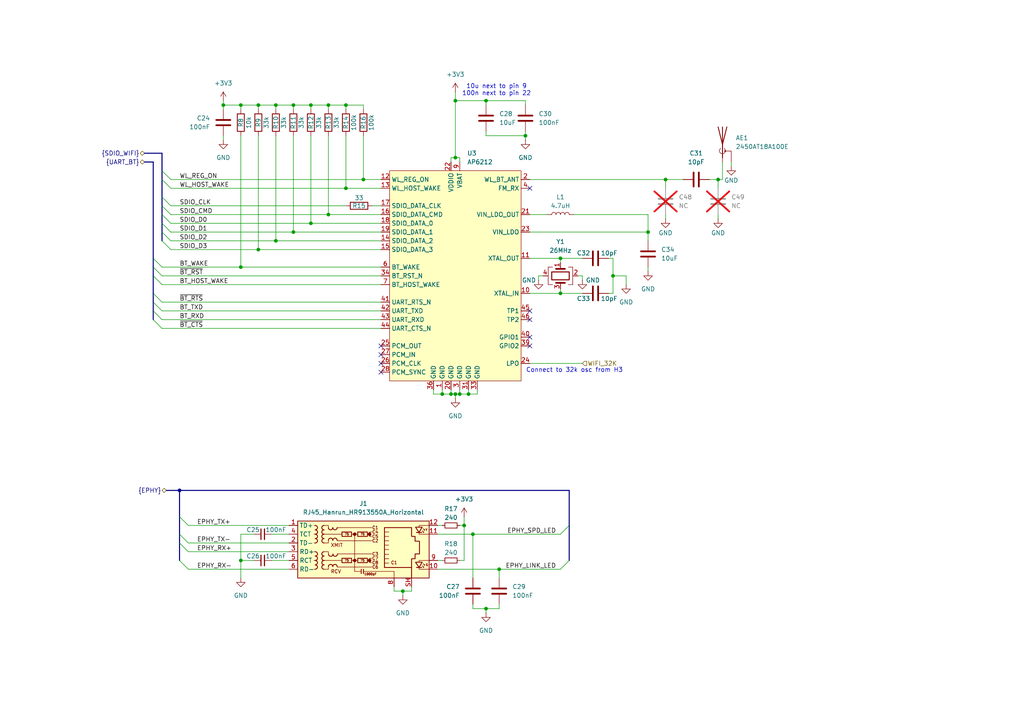
<source format=kicad_sch>
(kicad_sch (version 20250114) (generator "eeschema") (generator_version "9.0")
  (paper "A4")
  (title_block (title "Icepi CM0") (date "2025-11-03") (rev "v1.0") (company "Icy Electronics") (comment 1 "Chengyin Yao (cheyao)") (comment 2 "https://github.com/cheyao/icepi-cm0"))
  (lib_symbols
    (symbol "Device:Antenna_Shield" (pin_numbers (hide yes)) (pin_names (offset 1.016) (hide yes))
      (property "Reference" "AE" (at -1.905 4.445 0))
      (property "Value" "Antenna_Shield" (at -1.905 2.54 0))
      (symbol "Antenna_Shield_0_1"
        (arc (start 0 -2.667) (mid -0.8485 -2.1032) (end -0.508 -1.143))
        (polyline (pts (xy 0 5.08) (xy 0 -3.81)) (stroke (width 0.254)))
        (polyline (pts (xy 0 -2.54) (xy 0 0)))
        (arc (start 0.508 -1.143) (mid 0.8046 -2.0885) (end 0 -2.667))
        (polyline (pts (xy 0.762 -1.905) (xy 2.54 -1.905)))
        (circle (center 0.762 -1.905) (radius 0.1778) (fill (type outline)))
        (polyline (pts (xy 1.27 5.08) (xy 0 0) (xy -1.27 5.08)) (stroke (width 0.254)))
        (polyline (pts (xy 2.54 -2.54) (xy 2.54 -1.905)))
      )
      (symbol "Antenna_Shield_1_1"
        (pin input line (at 0 -5.08 90) (length 2.54) (name "A") (number "1"))
        (pin input line (at 2.54 -5.08 90) (length 2.54) (name "Shield") (number "2"))
      )
    )
    (symbol "Device:C" (pin_numbers (hide yes)) (pin_names (offset 0.254))
      (property "Reference" "C" (at 0.635 2.54 0))
      (property "Value" "C" (at 0.635 -2.54 0))
      (symbol "C_0_1"
        (polyline (pts (xy -2.032 0.762) (xy 2.032 0.762)) (stroke (width 0.508)))
        (polyline (pts (xy -2.032 -0.762) (xy 2.032 -0.762)) (stroke (width 0.508)))
      )
      (symbol "C_1_1"
        (pin passive line (at 0 3.81 270) (length 2.794) (name "~") (number "1"))
        (pin passive line (at 0 -3.81 90) (length 2.794) (name "~") (number "2"))
      )
    )
    (symbol "Device:C_Small" (pin_numbers (hide yes)) (pin_names (offset 0.254) (hide yes))
      (property "Reference" "C" (at 0.254 1.778 0))
      (property "Value" "C_Small" (at 0.254 -2.032 0))
      (symbol "C_Small_0_1"
        (polyline (pts (xy -1.524 0.508) (xy 1.524 0.508)) (stroke (width 0.3048)))
        (polyline (pts (xy -1.524 -0.508) (xy 1.524 -0.508)) (stroke (width 0.3302)))
      )
      (symbol "C_Small_1_1"
        (pin passive line (at 0 2.54 270) (length 2.032) (name "~") (number "1"))
        (pin passive line (at 0 -2.54 90) (length 2.032) (name "~") (number "2"))
      )
    )
    (symbol "Device:Crystal_GND24" (pin_names (offset 1.016) (hide yes))
      (property "Reference" "Y" (at 3.175 5.08 0))
      (property "Value" "Crystal_GND24" (at 3.175 3.175 0))
      (symbol "Crystal_GND24_0_1"
        (polyline (pts (xy -2.54 2.286) (xy -2.54 3.556) (xy 2.54 3.556) (xy 2.54 2.286)))
        (polyline (pts (xy -2.54 0) (xy -2.032 0)))
        (polyline (pts (xy -2.54 -2.286) (xy -2.54 -3.556) (xy 2.54 -3.556) (xy 2.54 -2.286)))
        (polyline (pts (xy -2.032 -1.27) (xy -2.032 1.27)) (stroke (width 0.508)))
        (rectangle (start -1.143 2.54) (end 1.143 -2.54) (stroke (width 0.3048)))
        (polyline (pts (xy 0 3.556) (xy 0 3.81)))
        (polyline (pts (xy 0 -3.81) (xy 0 -3.556)))
        (polyline (pts (xy 2.032 0) (xy 2.54 0)))
        (polyline (pts (xy 2.032 -1.27) (xy 2.032 1.27)) (stroke (width 0.508)))
      )
      (symbol "Crystal_GND24_1_1"
        (pin passive line (at -3.81 0 0) (length 1.27) (name "1") (number "1"))
        (pin passive line (at 0 5.08 270) (length 1.27) (name "2") (number "2"))
        (pin passive line (at 0 -5.08 90) (length 1.27) (name "4") (number "4"))
        (pin passive line (at 3.81 0 180) (length 1.27) (name "3") (number "3"))
      )
    )
    (symbol "Device:L" (pin_numbers (hide yes)) (pin_names (offset 1.016) (hide yes))
      (property "Reference" "L" (at -1.27 0 90))
      (property "Value" "L" (at 1.905 0 90))
      (symbol "L_0_1"
        (arc (start 0 2.54) (mid 0.6323 1.905) (end 0 1.27))
        (arc (start 0 1.27) (mid 0.6323 0.635) (end 0 0))
        (arc (start 0 0) (mid 0.6323 -0.635) (end 0 -1.27))
        (arc (start 0 -1.27) (mid 0.6323 -1.905) (end 0 -2.54))
      )
      (symbol "L_1_1"
        (pin passive line (at 0 3.81 270) (length 1.27) (name "1") (number "1"))
        (pin passive line (at 0 -3.81 90) (length 1.27) (name "2") (number "2"))
      )
    )
    (symbol "Device:R" (pin_numbers (hide yes)) (pin_names (offset 0))
      (property "Reference" "R" (at 2.032 0 90))
      (property "Value" "R" (at 0 0 90))
      (symbol "R_0_1"
        (rectangle (start -1.016 -2.54) (end 1.016 2.54) (stroke (width 0.254)))
      )
      (symbol "R_1_1"
        (pin passive line (at 0 3.81 270) (length 1.27) (name "~") (number "1"))
        (pin passive line (at 0 -3.81 90) (length 1.27) (name "~") (number "2"))
      )
    )
    (symbol "Device:R_Small" (pin_numbers (hide yes)) (pin_names (offset 0.254) (hide yes))
      (property "Reference" "R" (at 0 0 90))
      (property "Value" "R_Small" (at 1.778 0 90))
      (symbol "R_Small_0_1"
        (rectangle (start -0.762 1.778) (end 0.762 -1.778) (stroke (width 0.2032)))
      )
      (symbol "R_Small_1_1"
        (pin passive line (at 0 2.54 270) (length 0.762) (name "~") (number "1"))
        (pin passive line (at 0 -2.54 90) (length 0.762) (name "~") (number "2"))
      )
    )
    (symbol "cm0:AP6212"
      (property "Reference" "U" (at 2.794 31.75 0))
      (property "Value" "AP6212" (at -7.366 31.75 0))
      (symbol "AP6212_0_0"
        (pin input line (at -21.59 27.94 0) (length 2.54) (name "WL_REG_ON") (number "12"))
        (pin output line (at -21.59 25.4 0) (length 2.54) (name "WL_HOST_WAKE") (number "13"))
        (pin bidirectional line (at -21.59 20.32 0) (length 2.54) (name "SDIO_DATA_CLK") (number "17"))
        (pin bidirectional line (at -21.59 17.78 0) (length 2.54) (name "SDIO_DATA_CMD") (number "16"))
        (pin bidirectional line (at -21.59 15.24 0) (length 2.54) (name "SDIO_DATA_0") (number "18"))
        (pin bidirectional line (at -21.59 12.7 0) (length 2.54) (name "SDIO_DATA_1") (number "19"))
        (pin bidirectional line (at -21.59 10.16 0) (length 2.54) (name "SDIO_DATA_2") (number "14"))
        (pin bidirectional line (at -21.59 7.62 0) (length 2.54) (name "SDIO_DATA_3") (number "15"))
        (pin input line (at -21.59 2.54 0) (length 2.54) (name "BT_WAKE") (number "6"))
        (pin input line (at -21.59 0 0) (length 2.54) (name "BT_RST_N") (number "34"))
        (pin output line (at -21.59 -2.54 0) (length 2.54) (name "BT_HOST_WAKE") (number "7"))
        (pin output line (at -21.59 -7.62 0) (length 2.54) (name "UART_RTS_N") (number "41"))
        (pin output line (at -21.59 -10.16 0) (length 2.54) (name "UART_TXD") (number "42"))
        (pin input line (at -21.59 -12.7 0) (length 2.54) (name "UART_RXD") (number "43"))
        (pin input line (at -21.59 -15.24 0) (length 2.54) (name "UART_CTS_N") (number "44"))
        (pin output line (at -21.59 -20.32 0) (length 2.54) (name "PCM_OUT") (number "25"))
        (pin input line (at -21.59 -22.86 0) (length 2.54) (name "PCM_IN") (number "27"))
        (pin bidirectional line (at -21.59 -25.4 0) (length 2.54) (name "PCM_CLK") (number "26"))
        (pin bidirectional line (at -21.59 -27.94 0) (length 2.54) (name "PCM_SYNC") (number "28"))
        (pin power_in line (at -6.35 -33.02 90) (length 2.54) (name "GND") (number "36"))
        (pin power_in line (at -3.81 -33.02 90) (length 2.54) (name "GND") (number "1"))
        (pin power_in line (at -1.27 33.02 270) (length 2.54) (name "VDDIO") (number "22"))
        (pin power_in line (at -1.27 -33.02 90) (length 2.54) (name "GND") (number "20"))
        (pin power_in line (at 1.27 33.02 270) (length 2.54) (name "VBAT") (number "9"))
        (pin power_in line (at 1.27 -33.02 90) (length 2.54) (name "GND") (number "3"))
        (pin power_in line (at 3.81 -33.02 90) (length 2.54) (name "GND") (number "31"))
        (pin power_in line (at 6.35 -33.02 90) (length 2.54) (name "GND") (number "33"))
        (pin bidirectional line (at 21.59 27.94 180) (length 2.54) (name "WL_BT_ANT") (number "2"))
        (pin input line (at 21.59 25.4 180) (length 2.54) (name "FM_RX") (number "4"))
        (pin no_connect line (at 21.59 22.86 180) (length 2.54) (hide yes) (name "NC") (number "29"))
        (pin no_connect line (at 21.59 20.32 180) (length 2.54) (hide yes) (name "NC") (number "37"))
        (pin power_in line (at 21.59 17.78 180) (length 2.54) (name "VIN_LDO_OUT") (number "21"))
        (pin no_connect line (at 21.59 15.24 180) (length 2.54) (hide yes) (name "NC") (number "8"))
        (pin power_in line (at 21.59 12.7 180) (length 2.54) (name "VIN_LDO") (number "23"))
        (pin no_connect line (at 21.59 10.16 180) (length 2.54) (hide yes) (name "NC") (number "30"))
        (pin no_connect line (at 21.59 7.62 180) (length 2.54) (hide yes) (name "NC") (number "35"))
        (pin output line (at 21.59 5.08 180) (length 2.54) (name "XTAL_OUT") (number "11"))
        (pin no_connect line (at 21.59 2.54 180) (length 2.54) (hide yes) (name "NC") (number "32"))
        (pin no_connect line (at 21.59 0 180) (length 2.54) (hide yes) (name "NC") (number "5"))
        (pin no_connect line (at 21.59 -2.54 180) (length 2.54) (hide yes) (name "NC") (number "38"))
        (pin input line (at 21.59 -5.08 180) (length 2.54) (name "XTAL_IN") (number "10"))
        (pin no_connect line (at 21.59 -7.62 180) (length 2.54) (hide yes) (name "TP3(NC)") (number "47"))
        (pin output line (at 21.59 -10.16 180) (length 2.54) (name "TP1") (number "45"))
        (pin output line (at 21.59 -12.7 180) (length 2.54) (name "TP2") (number "46"))
        (pin bidirectional line (at 21.59 -17.78 180) (length 2.54) (name "GPIO1") (number "40"))
        (pin bidirectional line (at 21.59 -20.32 180) (length 2.54) (name "GPIO2") (number "39"))
        (pin input line (at 21.59 -25.4 180) (length 2.54) (name "LPO") (number "24"))
      )
      (symbol "AP6212_1_1"
        (rectangle (start -19.05 30.48) (end 19.05 -30.48) (fill (type background)))
      )
    )
    (symbol "cm0:RJ45_Hanrun_HR913550A_Horizontal"
      (property "Reference" "J" (at 18.415 10.16 0))
      (property "Value" "RJ45_Hanrun_HR913550A_Horizontal" (at -19.05 10.16 0))
      (symbol "RJ45_Hanrun_HR913550A_Horizontal_0_0"
        (circle (center -1.27 5.08) (radius 0.0001) (stroke (width 0.508)))
        (polyline (pts (xy -1.27 5.08) (xy -1.27 -5.715)))
        (circle (center -1.27 -2.54) (radius 0.0001) (stroke (width 0.508)))
        (polyline (pts (xy 0.635 -5.08) (xy 0.635 -6.35)) (stroke (width 0.254)))
        (polyline (pts (xy 1.27 -5.08) (xy 1.27 -6.35)) (stroke (width 0.254)))
        (polyline (pts (xy 3.048 5.08) (xy 2.54 5.08)))
        (circle (center 3.048 5.08) (radius 0.0001) (stroke (width 0.508)))
        (polyline (pts (xy 3.048 -2.54) (xy 2.54 -2.54)))
        (circle (center 3.048 -2.54) (radius 0.0001) (stroke (width 0.508)))
        (polyline (pts (xy 3.683 5.715) (xy 3.048 5.715) (xy 3.048 4.445) (xy 3.683 4.445)))
        (polyline (pts (xy 3.683 -1.905) (xy 3.048 -1.905) (xy 3.048 -3.175) (xy 3.683 -3.175)))
        (polyline (pts (xy 17.399 7.112) (xy 17.399 7.62) (xy 20.32 7.62)))
        (polyline (pts (xy 17.399 -3.048) (xy 17.399 -2.54) (xy 20.32 -2.54)))
        (polyline (pts (xy 20.32 5.08) (xy 17.399 5.08) (xy 17.399 5.588)))
        (polyline (pts (xy 20.32 -5.08) (xy 17.399 -5.08) (xy 17.399 -4.572)))
        (text "XMIT" (at -8.255 1.905 0) (effects (font (size 1.016 1.016)) (justify left)))
        (text "RCV" (at -8.255 -5.715 0) (effects (font (size 1.016 1.016)) (justify left)))
        (text "C1" (at 4.699 6.985 0) (effects (font (size 0.889 0.889))))
        (text "C4" (at 4.699 5.715 0) (effects (font (size 0.889 0.889))))
        (text "C5" (at 4.699 4.445 0) (effects (font (size 0.889 0.889))))
        (text "C2" (at 4.699 3.175 0) (effects (font (size 0.889 0.889))))
        (text "C3" (at 4.699 -0.635 0) (effects (font (size 0.889 0.889))))
        (text "C7" (at 4.699 -1.905 0) (effects (font (size 0.889 0.889))))
        (text "C8" (at 4.699 -3.175 0) (effects (font (size 0.889 0.889))))
        (text "C6" (at 4.699 -4.445 0) (effects (font (size 0.889 0.889))))
        (text "C1" (at 10.16 -3.175 0) (effects (font (size 0.889 0.889))))
      )
      (symbol "RJ45_Hanrun_HR913550A_Horizontal_0_1"
        (rectangle (start -17.78 8.89) (end 20.32 -7.62) (stroke (width 0.254)) (fill (type background)))
        (polyline (pts (xy -12.7 7.62) (xy -13.081 7.62)))
        (polyline (pts (xy -12.7 5.08) (xy -13.081 5.08)))
        (polyline (pts (xy -12.7 2.54) (xy -13.081 2.54)))
        (polyline (pts (xy -12.7 0) (xy -13.081 0)))
        (polyline (pts (xy -12.7 -2.54) (xy -13.081 -2.54)))
        (polyline (pts (xy -12.7 -5.08) (xy -13.081 -5.08)))
        (polyline (pts (xy -10.16 7.62) (xy -8.89 7.62) (xy -8.89 6.985)))
        (polyline (pts (xy -10.16 0) (xy -8.89 0) (xy -8.89 -0.635)))
        (polyline (pts (xy -8.89 3.175) (xy -8.89 2.54) (xy -10.16 2.54)))
        (polyline (pts (xy -8.89 -4.445) (xy -8.89 -5.08) (xy -10.16 -5.08)))
        (polyline (pts (xy -6.35 6.985) (xy 3.683 6.985)))
        (polyline (pts (xy -6.35 3.175) (xy 3.683 3.175)))
        (polyline (pts (xy -6.35 -4.445) (xy 3.683 -4.445)))
        (polyline (pts (xy -6.223 -0.635) (xy 3.683 -0.635)))
        (polyline (pts (xy -5.08 -2.54) (xy -10.16 -2.54)))
        (polyline (pts (xy -4.953 5.08) (xy -10.16 5.08)))
        (polyline (pts (xy -2.159 5.08) (xy -0.381 5.08)))
        (polyline (pts (xy -2.159 -2.54) (xy -0.381 -2.54)))
        (polyline (pts (xy 0.635 -5.715) (xy -1.27 -5.715)))
        (polyline (pts (xy 7.366 3.175) (xy 8.636 3.175)))
        (polyline (pts (xy 7.366 1.905) (xy 8.636 1.905)))
        (polyline (pts (xy 7.366 0.635) (xy 8.636 0.635)))
        (polyline (pts (xy 7.366 -0.762) (xy 8.636 -0.762)))
        (polyline (pts (xy 7.366 -2.032) (xy 8.636 -2.032)))
        (polyline (pts (xy 8.636 5.715) (xy 7.366 5.715)))
        (polyline (pts (xy 8.636 4.445) (xy 7.366 4.445)))
        (polyline (pts (xy 8.636 -3.302) (xy 7.366 -3.302)))
        (polyline (pts (xy 10.16 -5.715) (xy 1.27 -5.715)))
        (polyline (pts (xy 10.16 -5.715) (xy 10.16 -7.62)))
      )
      (symbol "RJ45_Hanrun_HR913550A_Horizontal_1_0"
        (text "1000pF" (at 3.302 -6.477 0) (effects (font (size 0.635 0.635))))
      )
      (symbol "RJ45_Hanrun_HR913550A_Horizontal_1_1"
        (arc (start -12.7 0) (mid -12.0677 -0.635) (end -12.7 -1.27) (stroke (width 0.254)))
        (arc (start -12.6973 7.62) (mid -12.065 6.985) (end -12.6973 6.35) (stroke (width 0.254)))
        (arc (start -12.6973 -1.27) (mid -12.065 -1.905) (end -12.6973 -2.54) (stroke (width 0.254)))
        (arc (start -12.6973 -2.54) (mid -12.065 -3.175) (end -12.6973 -3.81) (stroke (width 0.254)))
        (arc (start -12.6973 -3.81) (mid -12.065 -4.445) (end -12.6973 -5.08) (stroke (width 0.254)))
        (arc (start -12.6946 6.35) (mid -12.0623 5.715) (end -12.6946 5.08) (stroke (width 0.254)))
        (arc (start -12.6946 5.08) (mid -12.0623 4.445) (end -12.6946 3.81) (stroke (width 0.254)))
        (arc (start -12.6946 3.81) (mid -12.0623 3.175) (end -12.6946 2.54) (stroke (width 0.254)))
        (arc (start -10.1654 6.35) (mid -10.7977 6.985) (end -10.1654 7.62) (stroke (width 0.254)))
        (arc (start -10.1654 5.08) (mid -10.7977 5.715) (end -10.1654 6.35) (stroke (width 0.254)))
        (arc (start -10.1654 3.81) (mid -10.7977 4.445) (end -10.1654 5.08) (stroke (width 0.254)))
        (arc (start -10.1654 -1.27) (mid -10.7977 -0.635) (end -10.1654 0) (stroke (width 0.254)))
        (arc (start -10.1654 -2.54) (mid -10.7977 -1.905) (end -10.1654 -1.27) (stroke (width 0.254)))
        (arc (start -10.1654 -3.81) (mid -10.7977 -3.175) (end -10.1654 -2.54) (stroke (width 0.254)))
        (arc (start -10.1627 2.54) (mid -10.795 3.175) (end -10.1627 3.81) (stroke (width 0.254)))
        (arc (start -10.1627 -5.08) (mid -10.795 -4.445) (end -10.1627 -3.81) (stroke (width 0.254)))
        (arc (start -7.62 6.9823) (mid -8.255 6.35) (end -8.89 6.9823) (stroke (width 0.254)))
        (arc (start -8.89 3.3047) (mid -8.255 3.937) (end -7.62 3.3047) (stroke (width 0.254)))
        (arc (start -8.89 -4.3153) (mid -8.255 -3.683) (end -7.62 -4.3153) (stroke (width 0.254)))
        (arc (start -7.5565 -0.7012) (mid -8.1915 -1.3335) (end -8.8265 -0.7012) (stroke (width 0.254)))
        (arc (start -6.35 6.985) (mid -6.985 6.3527) (end -7.62 6.985) (stroke (width 0.254)))
        (arc (start -7.62 3.3074) (mid -6.985 3.9397) (end -6.35 3.3074) (stroke (width 0.254)))
        (arc (start -7.62 -4.3126) (mid -6.985 -3.6803) (end -6.35 -4.3126) (stroke (width 0.254)))
        (arc (start -6.2865 -0.6985) (mid -6.9215 -1.3308) (end -7.5565 -0.6985) (stroke (width 0.254)))
        (rectangle (start -4.953 5.715) (end -2.159 4.445) (stroke (width 0.254)))
        (rectangle (start -4.953 -1.905) (end -2.159 -3.175) (stroke (width 0.254)))
        (rectangle (start -0.381 5.715) (end 2.413 4.445) (stroke (width 0.254)))
        (rectangle (start -0.381 -1.905) (end 2.413 -3.175) (stroke (width 0.254)))
        (polyline (pts (xy 7.366 -4.572) (xy 7.366 6.985) (xy 15.24 6.985) (xy 15.24 4.445) (xy 16.256 4.445) (xy 16.256 3.048) (xy 17.526 3.048) (xy 17.526 -0.635) (xy 16.256 -0.635) (xy 16.256 -2.032) (xy 15.24 -2.032) (xy 15.24 -4.572) (xy 7.366 -4.572)) (stroke (width 0.254)))
        (polyline (pts (xy 15.24 -7.62) (xy 15.24 -4.572)) (stroke (width 0.254)))
        (polyline (pts (xy 18.161 5.588) (xy 16.637 5.588)) (stroke (width 0.254)))
        (polyline (pts (xy 18.161 -4.572) (xy 16.637 -4.572)) (stroke (width 0.254)))
        (polyline (pts (xy 18.288 7.112) (xy 16.383 7.112) (xy 17.399 5.588) (xy 18.288 7.112)) (stroke (width 0.254)))
        (polyline (pts (xy 18.288 6.096) (xy 18.796 5.588) (xy 18.542 5.588)))
        (polyline (pts (xy 18.288 -3.048) (xy 16.383 -3.048) (xy 17.399 -4.572) (xy 18.288 -3.048)) (stroke (width 0.254)))
        (polyline (pts (xy 18.288 -4.064) (xy 18.796 -4.572) (xy 18.542 -4.572)))
        (polyline (pts (xy 18.542 6.731) (xy 19.05 6.223) (xy 18.796 6.223)))
        (polyline (pts (xy 18.542 -3.429) (xy 19.05 -3.937) (xy 18.796 -3.937)))
        (polyline (pts (xy 18.796 5.588) (xy 18.796 5.842)))
        (polyline (pts (xy 18.796 -4.572) (xy 18.796 -4.318)))
        (polyline (pts (xy 19.05 6.223) (xy 19.05 6.477)))
        (polyline (pts (xy 19.05 -3.937) (xy 19.05 -3.683)))
        (text "75" (at -3.556 5.08 0) (effects (font (size 0.635 0.635))))
        (text "75" (at -3.556 -2.54 0) (effects (font (size 0.635 0.635))))
        (text "75" (at 1.016 5.08 0) (effects (font (size 0.635 0.635))))
        (text "75" (at 1.016 -2.54 0) (effects (font (size 0.635 0.635))))
        (text "Y" (at 19.558 6.35 0) (effects (font (size 0.635 0.635))))
        (text "G" (at 19.685 -3.81 0) (effects (font (size 0.635 0.635))))
        (pin passive line (at -20.32 7.62 0) (length 2.54) (name "TD+") (number "1"))
        (pin passive line (at -20.32 5.08 0) (length 2.54) (name "TCT") (number "4"))
        (pin passive line (at -20.32 2.54 0) (length 2.54) (name "TD-") (number "2"))
        (pin passive line (at -20.32 0 0) (length 2.54) (name "RD+") (number "3"))
        (pin passive line (at -20.32 -2.54 0) (length 2.54) (name "RCT") (number "5"))
        (pin passive line (at -20.32 -5.08 0) (length 2.54) (name "RD-") (number "6"))
        (pin power_in line (at 10.16 -10.16 90) (length 2.54) (name "") (number "8"))
        (pin passive line (at 15.24 -10.16 90) (length 2.54) (name "") (number "SH"))
        (pin no_connect line (at 20.32 0 0) (length 0) (hide yes) (name "NC") (number "7"))
        (pin passive line (at 22.86 7.62 180) (length 2.54) (name "") (number "12"))
        (pin passive line (at 22.86 5.08 180) (length 2.54) (name "") (number "11"))
        (pin passive line (at 22.86 -2.54 180) (length 2.54) (name "") (number "9"))
        (pin passive line (at 22.86 -5.08 180) (length 2.54) (name "") (number "10"))
      )
    )
    (symbol "power:+3V3" (power) (pin_numbers (hide yes)) (pin_names (offset 0) (hide yes))
      (property "Value" "+3V3" (at 0 3.556 0))
      (symbol "+3V3_0_1"
        (polyline (pts (xy -0.762 1.27) (xy 0 2.54)))
        (polyline (pts (xy 0 2.54) (xy 0.762 1.27)))
        (polyline (pts (xy 0 0) (xy 0 2.54)))
      )
      (symbol "+3V3_1_1"
        (pin power_in line (at 0 0 90) (length 0) (name "~") (number "1"))
      )
    )
    (symbol "power:GND" (power) (pin_numbers (hide yes)) (pin_names (offset 0) (hide yes))
      (property "Value" "GND" (at 0 -3.81 0))
      (symbol "GND_0_1"
        (polyline (pts (xy 0 0) (xy 0 -1.27) (xy 1.27 -1.27) (xy 0 -2.54) (xy -1.27 -1.27) (xy 0 -1.27)))
      )
      (symbol "GND_1_1"
        (pin power_in line (at 0 0 270) (length 0) (name "~") (number "1"))
      )
    )
  )
  (bus_alias "SDIO_WIFI" (members "WL_REG_ON" "WL_HOST_WAKE" "SDIO_CLK" "SDIO_CMD" "SDIO_D[0..3]"))
  (bus_alias "UART_BT" (members "BT_WAKE" "~{BT_RST}" "BT_HOST_WAKE" "~{BT_RTS}" "BT_TXD" "BT_RXD" "~{BT_CTS}"))
  (text "10u next to pin 9\n100n next to pin 22" (at 144.018 26.162 0) (effects (font (size 1.27 1.27))))
  (text "Connect to 32k osc from H3" (at 166.624 107.442 0) (effects (font (size 1.27 1.27))))
  (junction (at 162.56 85.09))
  (junction (at 133.35 114.3))
  (junction (at 95.25 30.48))
  (junction (at 80.01 30.48))
  (junction (at 116.84 171.45))
  (junction (at 140.97 176.53))
  (junction (at 130.81 114.3))
  (junction (at 152.4 39.37))
  (junction (at 105.41 52.07))
  (junction (at 177.8 80.01))
  (junction (at 95.25 62.23))
  (junction (at 134.62 152.4))
  (junction (at 132.08 45.72))
  (junction (at 74.93 72.39))
  (junction (at 90.17 64.77))
  (junction (at 140.97 29.21))
  (junction (at 137.16 154.94))
  (junction (at 74.93 30.48))
  (junction (at 80.01 69.85))
  (junction (at 64.77 30.48))
  (junction (at 85.09 67.31))
  (junction (at 128.27 114.3))
  (junction (at 69.85 77.47))
  (junction (at 69.85 30.48))
  (junction (at 90.17 30.48))
  (junction (at 100.33 54.61))
  (junction (at 132.08 114.3))
  (junction (at 52.07 142.24))
  (junction (at 162.56 74.93))
  (junction (at 187.96 67.31))
  (junction (at 208.28 52.07))
  (junction (at 193.04 52.07))
  (junction (at 85.09 30.48))
  (junction (at 69.85 162.56))
  (junction (at 144.78 165.1))
  (junction (at 100.33 30.48))
  (junction (at 135.89 114.3))
  (junction (at 132.08 29.21))
  (no_connect (at 110.49 100.33))
  (no_connect (at 153.67 92.71))
  (no_connect (at 153.67 90.17))
  (no_connect (at 110.49 102.87))
  (no_connect (at 110.49 105.41))
  (no_connect (at 153.67 54.61))
  (no_connect (at 110.49 107.95))
  (no_connect (at 153.67 100.33))
  (no_connect (at 153.67 97.79))
  (bus_entry (at 46.99 95.25) (size -2.54 -2.54))
  (bus_entry (at 49.53 59.69) (size -2.54 -2.54))
  (bus_entry (at 46.99 92.71) (size -2.54 -2.54))
  (bus_entry (at 162.56 165.1) (size 2.54 -2.54))
  (bus_entry (at 46.99 87.63) (size -2.54 -2.54))
  (bus_entry (at 46.99 90.17) (size -2.54 -2.54))
  (bus_entry (at 54.61 157.48) (size -2.54 -2.54))
  (bus_entry (at 49.53 64.77) (size -2.54 -2.54))
  (bus_entry (at 49.53 72.39) (size -2.54 -2.54))
  (bus_entry (at 49.53 52.07) (size -2.54 -2.54))
  (bus_entry (at 54.61 160.02) (size -2.54 -2.54))
  (bus_entry (at 162.56 154.94) (size 2.54 -2.54))
  (bus_entry (at 49.53 54.61) (size -2.54 -2.54))
  (bus_entry (at 46.99 82.55) (size -2.54 -2.54))
  (bus_entry (at 49.53 67.31) (size -2.54 -2.54))
  (bus_entry (at 49.53 69.85) (size -2.54 -2.54))
  (bus_entry (at 54.61 165.1) (size -2.54 -2.54))
  (bus_entry (at 46.99 80.01) (size -2.54 -2.54))
  (bus_entry (at 46.99 77.47) (size -2.54 -2.54))
  (bus_entry (at 54.61 152.4) (size -2.54 -2.54))
  (bus_entry (at 49.53 62.23) (size -2.54 -2.54))
  (wire (pts (xy 153.67 62.23) (xy 158.75 62.23)))
  (wire (pts (xy 181.61 82.55) (xy 181.61 80.01)))
  (wire (pts (xy 46.99 82.55) (xy 110.49 82.55)))
  (wire (pts (xy 177.8 80.01) (xy 177.8 74.93)))
  (wire (pts (xy 78.74 154.94) (xy 83.82 154.94)))
  (wire (pts (xy 138.43 114.3) (xy 138.43 113.03)))
  (bus (pts (xy 46.99 49.53) (xy 46.99 44.45)))
  (wire (pts (xy 157.48 80.01) (xy 156.21 80.01)))
  (bus (pts (xy 46.99 64.77) (xy 46.99 62.23)))
  (bus (pts (xy 52.07 149.86) (xy 52.07 154.94)))
  (bus (pts (xy 44.45 74.93) (xy 44.45 46.99)))
  (wire (pts (xy 100.33 54.61) (xy 110.49 54.61)))
  (wire (pts (xy 134.62 162.56) (xy 133.35 162.56)))
  (wire (pts (xy 137.16 154.94) (xy 137.16 167.64)))
  (wire (pts (xy 132.08 29.21) (xy 132.08 45.72)))
  (wire (pts (xy 100.33 39.37) (xy 100.33 54.61)))
  (wire (pts (xy 74.93 30.48) (xy 80.01 30.48)))
  (bus (pts (xy 44.45 85.09) (xy 44.45 80.01)))
  (wire (pts (xy 132.08 114.3) (xy 132.08 115.57)))
  (wire (pts (xy 140.97 38.1) (xy 140.97 39.37)))
  (wire (pts (xy 205.74 52.07) (xy 208.28 52.07)))
  (wire (pts (xy 133.35 114.3) (xy 135.89 114.3)))
  (wire (pts (xy 105.41 30.48) (xy 105.41 31.75)))
  (wire (pts (xy 80.01 39.37) (xy 80.01 69.85)))
  (bus (pts (xy 44.45 46.99) (xy 41.91 46.99)))
  (wire (pts (xy 137.16 176.53) (xy 137.16 175.26)))
  (wire (pts (xy 46.99 90.17) (xy 110.49 90.17)))
  (wire (pts (xy 140.97 39.37) (xy 152.4 39.37)))
  (wire (pts (xy 69.85 154.94) (xy 73.66 154.94)))
  (wire (pts (xy 74.93 30.48) (xy 74.93 31.75)))
  (wire (pts (xy 90.17 64.77) (xy 110.49 64.77)))
  (wire (pts (xy 64.77 30.48) (xy 69.85 30.48)))
  (wire (pts (xy 64.77 31.75) (xy 64.77 30.48)))
  (bus (pts (xy 46.99 52.07) (xy 46.99 49.53)))
  (wire (pts (xy 127 152.4) (xy 128.27 152.4)))
  (wire (pts (xy 153.67 52.07) (xy 193.04 52.07)))
  (wire (pts (xy 152.4 39.37) (xy 152.4 38.1)))
  (bus (pts (xy 44.45 80.01) (xy 44.45 77.47)))
  (bus (pts (xy 44.45 92.71) (xy 44.45 90.17)))
  (wire (pts (xy 100.33 30.48) (xy 100.33 31.75)))
  (wire (pts (xy 127 162.56) (xy 128.27 162.56)))
  (bus (pts (xy 48.26 142.24) (xy 52.07 142.24)))
  (wire (pts (xy 140.97 177.8) (xy 140.97 176.53)))
  (bus (pts (xy 46.99 62.23) (xy 46.99 59.69)))
  (wire (pts (xy 208.28 52.07) (xy 209.55 52.07)))
  (wire (pts (xy 116.84 171.45) (xy 119.38 171.45)))
  (wire (pts (xy 116.84 171.45) (xy 114.3 171.45)))
  (wire (pts (xy 133.35 152.4) (xy 134.62 152.4)))
  (bus (pts (xy 46.99 69.85) (xy 46.99 67.31)))
  (wire (pts (xy 176.53 74.93) (xy 177.8 74.93)))
  (wire (pts (xy 46.99 87.63) (xy 110.49 87.63)))
  (wire (pts (xy 49.53 72.39) (xy 74.93 72.39)))
  (wire (pts (xy 49.53 54.61) (xy 100.33 54.61)))
  (wire (pts (xy 140.97 29.21) (xy 152.4 29.21)))
  (wire (pts (xy 176.53 85.09) (xy 177.8 85.09)))
  (wire (pts (xy 135.89 114.3) (xy 135.89 113.03)))
  (wire (pts (xy 137.16 154.94) (xy 162.56 154.94)))
  (wire (pts (xy 127 165.1) (xy 144.78 165.1)))
  (wire (pts (xy 95.25 39.37) (xy 95.25 62.23)))
  (wire (pts (xy 85.09 67.31) (xy 85.09 39.37)))
  (wire (pts (xy 128.27 113.03) (xy 128.27 114.3)))
  (wire (pts (xy 49.53 69.85) (xy 80.01 69.85)))
  (wire (pts (xy 83.82 160.02) (xy 54.61 160.02)))
  (bus (pts (xy 46.99 44.45) (xy 41.91 44.45)))
  (wire (pts (xy 46.99 77.47) (xy 69.85 77.47)))
  (wire (pts (xy 153.67 105.41) (xy 168.91 105.41)))
  (wire (pts (xy 162.56 83.82) (xy 162.56 85.09)))
  (wire (pts (xy 69.85 162.56) (xy 69.85 154.94)))
  (wire (pts (xy 46.99 92.71) (xy 110.49 92.71)))
  (bus (pts (xy 44.45 90.17) (xy 44.45 87.63)))
  (wire (pts (xy 90.17 30.48) (xy 95.25 30.48)))
  (wire (pts (xy 125.73 114.3) (xy 125.73 113.03)))
  (wire (pts (xy 152.4 39.37) (xy 152.4 40.64)))
  (wire (pts (xy 209.55 52.07) (xy 209.55 46.99)))
  (wire (pts (xy 168.91 80.01) (xy 167.64 80.01)))
  (wire (pts (xy 83.82 165.1) (xy 54.61 165.1)))
  (wire (pts (xy 69.85 167.64) (xy 69.85 162.56)))
  (wire (pts (xy 132.08 114.3) (xy 133.35 114.3)))
  (bus (pts (xy 44.45 77.47) (xy 44.45 74.93)))
  (wire (pts (xy 127 154.94) (xy 137.16 154.94)))
  (wire (pts (xy 168.91 81.28) (xy 168.91 80.01)))
  (wire (pts (xy 162.56 74.93) (xy 168.91 74.93)))
  (wire (pts (xy 49.53 52.07) (xy 105.41 52.07)))
  (wire (pts (xy 69.85 77.47) (xy 69.85 39.37)))
  (wire (pts (xy 128.27 114.3) (xy 125.73 114.3)))
  (wire (pts (xy 187.96 67.31) (xy 187.96 69.85)))
  (wire (pts (xy 144.78 176.53) (xy 140.97 176.53)))
  (bus (pts (xy 52.07 154.94) (xy 52.07 157.48)))
  (wire (pts (xy 49.53 67.31) (xy 85.09 67.31)))
  (wire (pts (xy 187.96 77.47) (xy 187.96 78.74)))
  (wire (pts (xy 114.3 171.45) (xy 114.3 170.18)))
  (wire (pts (xy 116.84 172.72) (xy 116.84 171.45)))
  (wire (pts (xy 208.28 62.23) (xy 208.28 63.5)))
  (wire (pts (xy 85.09 30.48) (xy 85.09 31.75)))
  (wire (pts (xy 135.89 114.3) (xy 138.43 114.3)))
  (wire (pts (xy 134.62 149.86) (xy 134.62 152.4)))
  (wire (pts (xy 69.85 77.47) (xy 110.49 77.47)))
  (wire (pts (xy 49.53 64.77) (xy 90.17 64.77)))
  (wire (pts (xy 153.67 67.31) (xy 187.96 67.31)))
  (wire (pts (xy 107.95 59.69) (xy 110.49 59.69)))
  (bus (pts (xy 52.07 157.48) (xy 52.07 162.56)))
  (wire (pts (xy 110.49 72.39) (xy 74.93 72.39)))
  (wire (pts (xy 144.78 165.1) (xy 144.78 167.64)))
  (wire (pts (xy 130.81 45.72) (xy 132.08 45.72)))
  (wire (pts (xy 156.21 80.01) (xy 156.21 81.28)))
  (wire (pts (xy 90.17 30.48) (xy 90.17 31.75)))
  (wire (pts (xy 105.41 52.07) (xy 110.49 52.07)))
  (wire (pts (xy 46.99 80.01) (xy 110.49 80.01)))
  (bus (pts (xy 44.45 87.63) (xy 44.45 85.09)))
  (wire (pts (xy 193.04 52.07) (xy 193.04 54.61)))
  (wire (pts (xy 166.37 62.23) (xy 187.96 62.23)))
  (wire (pts (xy 130.81 45.72) (xy 130.81 46.99)))
  (wire (pts (xy 140.97 29.21) (xy 140.97 30.48)))
  (wire (pts (xy 193.04 52.07) (xy 198.12 52.07)))
  (wire (pts (xy 153.67 74.93) (xy 162.56 74.93)))
  (wire (pts (xy 49.53 62.23) (xy 95.25 62.23)))
  (wire (pts (xy 78.74 162.56) (xy 83.82 162.56)))
  (wire (pts (xy 64.77 29.21) (xy 64.77 30.48)))
  (wire (pts (xy 162.56 74.93) (xy 162.56 76.2)))
  (bus (pts (xy 165.1 162.56) (xy 165.1 152.4)))
  (wire (pts (xy 162.56 85.09) (xy 153.67 85.09)))
  (wire (pts (xy 152.4 29.21) (xy 152.4 30.48)))
  (wire (pts (xy 49.53 59.69) (xy 100.33 59.69)))
  (wire (pts (xy 130.81 114.3) (xy 132.08 114.3)))
  (wire (pts (xy 110.49 67.31) (xy 85.09 67.31)))
  (wire (pts (xy 193.04 62.23) (xy 193.04 63.5)))
  (wire (pts (xy 85.09 30.48) (xy 90.17 30.48)))
  (wire (pts (xy 132.08 29.21) (xy 140.97 29.21)))
  (wire (pts (xy 80.01 30.48) (xy 80.01 31.75)))
  (wire (pts (xy 95.25 62.23) (xy 110.49 62.23)))
  (wire (pts (xy 46.99 95.25) (xy 110.49 95.25)))
  (wire (pts (xy 83.82 152.4) (xy 54.61 152.4)))
  (wire (pts (xy 181.61 80.01) (xy 177.8 80.01)))
  (wire (pts (xy 208.28 52.07) (xy 208.28 54.61)))
  (wire (pts (xy 133.35 114.3) (xy 133.35 113.03)))
  (wire (pts (xy 212.09 46.99) (xy 212.09 48.26)))
  (wire (pts (xy 80.01 69.85) (xy 110.49 69.85)))
  (bus (pts (xy 46.99 57.15) (xy 46.99 52.07)))
  (bus (pts (xy 46.99 59.69) (xy 46.99 57.15)))
  (wire (pts (xy 69.85 162.56) (xy 73.66 162.56)))
  (wire (pts (xy 64.77 39.37) (xy 64.77 40.64)))
  (wire (pts (xy 130.81 114.3) (xy 130.81 113.03)))
  (wire (pts (xy 162.56 85.09) (xy 168.91 85.09)))
  (wire (pts (xy 69.85 30.48) (xy 69.85 31.75)))
  (wire (pts (xy 74.93 72.39) (xy 74.93 39.37)))
  (wire (pts (xy 105.41 39.37) (xy 105.41 52.07)))
  (wire (pts (xy 187.96 67.31) (xy 187.96 62.23)))
  (wire (pts (xy 128.27 114.3) (xy 130.81 114.3)))
  (bus (pts (xy 52.07 142.24) (xy 52.07 149.86)))
  (wire (pts (xy 95.25 30.48) (xy 100.33 30.48)))
  (wire (pts (xy 133.35 45.72) (xy 133.35 46.99)))
  (wire (pts (xy 69.85 30.48) (xy 74.93 30.48)))
  (wire (pts (xy 140.97 176.53) (xy 137.16 176.53)))
  (wire (pts (xy 144.78 175.26) (xy 144.78 176.53)))
  (wire (pts (xy 90.17 39.37) (xy 90.17 64.77)))
  (bus (pts (xy 165.1 142.24) (xy 52.07 142.24)))
  (wire (pts (xy 95.25 31.75) (xy 95.25 30.48)))
  (bus (pts (xy 46.99 67.31) (xy 46.99 64.77)))
  (wire (pts (xy 144.78 165.1) (xy 162.56 165.1)))
  (wire (pts (xy 177.8 85.09) (xy 177.8 80.01)))
  (wire (pts (xy 132.08 45.72) (xy 133.35 45.72)))
  (wire (pts (xy 132.08 26.67) (xy 132.08 29.21)))
  (wire (pts (xy 100.33 30.48) (xy 105.41 30.48)))
  (wire (pts (xy 119.38 171.45) (xy 119.38 170.18)))
  (wire (pts (xy 83.82 157.48) (xy 54.61 157.48)))
  (bus (pts (xy 165.1 152.4) (xy 165.1 142.24)))
  (wire (pts (xy 134.62 152.4) (xy 134.62 162.56)))
  (wire (pts (xy 80.01 30.48) (xy 85.09 30.48)))
  (label "BT_WAKE" (at 52.07 77.47 0))
  (label "EPHY_SPD_LED" (at 161.29 154.94 180))
  (label "~{BT_CTS}" (at 52.07 95.25 0))
  (label "WL_HOST_WAKE" (at 52.07 54.61 0))
  (label "WL_REG_ON" (at 52.07 52.07 0))
  (label "SDIO_D2" (at 52.07 69.85 0))
  (label "EPHY_RX-" (at 57.15 165.1 0))
  (label "BT_RXD" (at 52.07 92.71 0))
  (label "EPHY_TX-" (at 57.15 157.48 0))
  (label "EPHY_LINK_LED" (at 161.29 165.1 180))
  (label "~{BT_RTS}" (at 52.07 87.63 0))
  (label "EPHY_TX+" (at 57.15 152.4 0))
  (label "SDIO_D0" (at 52.07 64.77 0))
  (label "SDIO_D1" (at 52.07 67.31 0))
  (label "BT_HOST_WAKE" (at 52.07 82.55 0))
  (label "EPHY_RX+" (at 57.15 160.02 0))
  (label "SDIO_CLK" (at 52.07 59.69 0))
  (label "SDIO_D3" (at 52.07 72.39 0))
  (label "BT_TXD" (at 52.07 90.17 0))
  (label "SDIO_CMD" (at 52.07 62.23 0))
  (label "~{BT_RST}" (at 52.07 80.01 0))
  (hierarchical_label "{SDIO_WIFI}" (shape bidirectional) (at 41.91 44.45 180))
  (hierarchical_label "{UART_BT}" (shape bidirectional) (at 41.91 46.99 180))
  (hierarchical_label "{EPHY}" (shape bidirectional) (at 48.26 142.24 180))
  (hierarchical_label "WIFI_32K" (shape input) (at 168.91 105.41 0))
  (symbol (lib_id "Device:C") (at 208.28 58.42 0) (unit 1) (in_bom no) (dnp yes)
    (property "Reference" "C49" (at 212.09 57.1499 0) (effects (justify left)))
    (property "Value" "NC" (at 212.09 59.6899 0) (effects (justify left)))
    (property "Footprint" "Capacitor_SMD:C_0402_1005Metric" (effects (hide yes)))
    (property "Description" "Unpolarized capacitor" (effects (hide yes)))
    (property "LCSC Part #" "C32949" (effects (hide yes)))
  )
  (symbol (lib_id "power:GND") (at 69.85 167.64 0) (unit 1)
    (property "Reference" "#PWR029" (effects (hide yes)))
    (property "Value" "GND" (at 69.85 172.72 0))
    (property "Description" "Power symbol creates a global label with name \"GND\" , ground" (effects (hide yes)))
  )
  (symbol (lib_id "Device:R") (at 104.14 59.69 90) (unit 1)
    (property "Reference" "R15" (at 104.14 59.69 90))
    (property "Value" "33" (at 104.14 57.404 90))
    (property "Footprint" "Resistor_SMD:R_0402_1005Metric" (effects (hide yes)))
    (property "Description" "Resistor" (effects (hide yes)))
  )
  (symbol (lib_id "Device:C") (at 172.72 74.93 90) (unit 1)
    (property "Reference" "C32" (at 171.196 73.406 90) (effects (justify left)))
    (property "Value" "10pF" (at 174.244 73.406 90) (effects (justify right)))
    (property "Footprint" "Capacitor_SMD:C_0402_1005Metric" (effects (hide yes)))
    (property "Description" "Unpolarized capacitor" (effects (hide yes)))
    (property "LCSC Part #" "C32949" (effects (hide yes)))
  )
  (symbol (lib_id "Device:C_Small") (at 76.2 162.56 90) (unit 1)
    (property "Reference" "C26" (at 73.406 161.29 90))
    (property "Value" "100nF" (at 80.01 161.29 90))
    (property "Footprint" "Capacitor_SMD:C_0402_1005Metric" (effects (hide yes)))
    (property "Description" "Unpolarized capacitor, small symbol" (effects (hide yes)))
    (property "LCSC Part #" "C1525" (effects (hide yes)))
  )
  (symbol (lib_id "Device:R") (at 74.93 35.56 0) (unit 1)
    (property "Reference" "R9" (at 74.93 35.56 90))
    (property "Value" "33k" (at 77.216 35.56 90))
    (property "Footprint" "Resistor_SMD:R_0402_1005Metric" (effects (hide yes)))
    (property "Description" "Resistor" (effects (hide yes)))
    (property "LCSC Part #" "C25779" (effects (hide yes)))
  )
  (symbol (lib_id "Device:R") (at 69.85 35.56 0) (unit 1)
    (property "Reference" "R8" (at 69.85 35.56 90))
    (property "Value" "10k" (at 72.136 35.56 90))
    (property "Footprint" "Resistor_SMD:R_0402_1005Metric" (effects (hide yes)))
    (property "Description" "Resistor" (effects (hide yes)))
    (property "LCSC Part #" "C25744" (effects (hide yes)))
  )
  (symbol (lib_id "power:+3V3") (at 64.77 29.21 0) (unit 1)
    (property "Reference" "#PWR027" (effects (hide yes)))
    (property "Value" "+3V3" (at 64.77 24.13 0))
    (property "Description" "Power symbol creates a global label with name \"+3V3\"" (effects (hide yes)))
  )
  (symbol (lib_id "power:GND") (at 181.61 82.55 0) (unit 1)
    (property "Reference" "#PWR039" (effects (hide yes)))
    (property "Value" "GND" (at 181.61 87.63 0))
    (property "Description" "Power symbol creates a global label with name \"GND\" , ground" (effects (hide yes)))
  )
  (symbol (lib_id "Device:R") (at 90.17 35.56 0) (unit 1)
    (property "Reference" "R12" (at 90.17 35.56 90))
    (property "Value" "33k" (at 92.456 35.56 90))
    (property "Footprint" "Resistor_SMD:R_0402_1005Metric" (effects (hide yes)))
    (property "Description" "Resistor" (effects (hide yes)))
    (property "LCSC Part #" "C25779" (effects (hide yes)))
  )
  (symbol (lib_id "power:+3V3") (at 134.62 149.86 0) (unit 1)
    (property "Reference" "#PWR033" (effects (hide yes)))
    (property "Value" "+3V3" (at 134.62 144.78 0))
    (property "Description" "Power symbol creates a global label with name \"+3V3\"" (effects (hide yes)))
  )
  (symbol (lib_id "Device:C") (at 137.16 171.45 0) (mirror y) (unit 1)
    (property "Reference" "C27" (at 133.35 170.1799 0) (effects (justify left)))
    (property "Value" "100nF" (at 133.35 172.7199 0) (effects (justify left)))
    (property "Footprint" "Capacitor_SMD:C_0402_1005Metric" (effects (hide yes)))
    (property "Description" "Unpolarized capacitor" (effects (hide yes)))
    (property "LCSC Part #" "C1525" (effects (hide yes)))
  )
  (symbol (lib_id "power:GND") (at 116.84 172.72 0) (unit 1)
    (property "Reference" "#PWR030" (effects (hide yes)))
    (property "Value" "GND" (at 116.84 177.8 0))
    (property "Description" "Power symbol creates a global label with name \"GND\" , ground" (effects (hide yes)))
  )
  (symbol (lib_id "cm0:RJ45_Hanrun_HR913550A_Horizontal") (at 104.14 160.02 0) (unit 1)
    (property "Reference" "J1" (at 105.41 146.05 0))
    (property "Value" "RJ45_Hanrun_HR913550A_Horizontal" (at 105.41 148.59 0))
    (property "Footprint" "Connector_RJ:RJ45_Hanrun_HR911105A_Horizontal" (effects (hide yes)))
    (property "Datasheet" "https://www.lcsc.com/datasheet/C163507.pdf" (effects (hide yes)))
    (property "Description" "1 Port RJ45 Magjack Connector Through Hole 10/100 Base-T, AutoMDIX" (effects (hide yes)))
    (property "LCSC Part #" " C163507" (effects (hide yes)))
  )
  (symbol (lib_id "Device:R") (at 95.25 35.56 0) (unit 1)
    (property "Reference" "R13" (at 95.25 35.56 90))
    (property "Value" "33k" (at 97.536 35.56 90))
    (property "Footprint" "Resistor_SMD:R_0402_1005Metric" (effects (hide yes)))
    (property "Description" "Resistor" (effects (hide yes)))
    (property "LCSC Part #" "C25779" (effects (hide yes)))
  )
  (symbol (lib_id "power:GND") (at 140.97 177.8 0) (unit 1)
    (property "Reference" "#PWR034" (effects (hide yes)))
    (property "Value" "GND" (at 140.97 182.88 0))
    (property "Description" "Power symbol creates a global label with name \"GND\" , ground" (effects (hide yes)))
  )
  (symbol (lib_id "Device:C") (at 193.04 58.42 0) (unit 1) (in_bom no) (dnp yes)
    (property "Reference" "C48" (at 196.85 57.1499 0) (effects (justify left)))
    (property "Value" "NC" (at 196.85 59.6899 0) (effects (justify left)))
    (property "Footprint" "Capacitor_SMD:C_0402_1005Metric" (effects (hide yes)))
    (property "Description" "Unpolarized capacitor" (effects (hide yes)))
    (property "LCSC Part #" "C32949" (effects (hide yes)))
  )
  (symbol (lib_id "Device:C_Small") (at 76.2 154.94 90) (unit 1)
    (property "Reference" "C25" (at 73.406 153.67 90))
    (property "Value" "100nF" (at 80.01 153.67 90))
    (property "Footprint" "Capacitor_SMD:C_0402_1005Metric" (effects (hide yes)))
    (property "Description" "Unpolarized capacitor, small symbol" (effects (hide yes)))
    (property "LCSC Part #" "C1525" (effects (hide yes)))
  )
  (symbol (lib_id "Device:Antenna_Shield") (at 209.55 41.91 0) (unit 1)
    (property "Reference" "AE1" (at 213.36 40.0049 0) (effects (justify left)))
    (property "Value" "2450AT18A100E" (at 213.36 42.5449 0) (effects (justify left)))
    (property "Footprint" "RF_Antenna:Johanson_2450AT18x100" (effects (hide yes)))
    (property "Description" "Antenna with extra pin for shielding" (effects (hide yes)))
    (property "LCSC Part #" "C89334" (effects (hide yes)))
  )
  (symbol (lib_id "power:+3V3") (at 132.08 26.67 0) (unit 1)
    (property "Reference" "#PWR031" (effects (hide yes)))
    (property "Value" "+3V3" (at 132.08 21.59 0))
    (property "Description" "Power symbol creates a global label with name \"+3V3\"" (effects (hide yes)))
  )
  (symbol (lib_id "power:GND") (at 168.91 81.28 0) (unit 1)
    (property "Reference" "#PWR037" (effects (hide yes)))
    (property "Value" "GND" (at 171.958 81.28 0))
    (property "Description" "Power symbol creates a global label with name \"GND\" , ground" (effects (hide yes)))
  )
  (symbol (lib_id "Device:C") (at 187.96 73.66 0) (unit 1)
    (property "Reference" "C34" (at 191.77 72.3899 0) (effects (justify left)))
    (property "Value" "10uF" (at 191.77 74.9299 0) (effects (justify left)))
    (property "Footprint" "Capacitor_SMD:C_0603_1608Metric" (effects (hide yes)))
    (property "Description" "Unpolarized capacitor" (effects (hide yes)))
    (property "LCSC Part #" "C19702" (effects (hide yes)))
  )
  (symbol (lib_id "Device:C") (at 64.77 35.56 0) (mirror y) (unit 1)
    (property "Reference" "C24" (at 60.96 34.2899 0) (effects (justify left)))
    (property "Value" "100nF" (at 60.96 36.8299 0) (effects (justify left)))
    (property "Footprint" "Capacitor_SMD:C_0402_1005Metric" (effects (hide yes)))
    (property "Description" "Unpolarized capacitor" (effects (hide yes)))
    (property "LCSC Part #" "C1525" (effects (hide yes)))
  )
  (symbol (lib_id "Device:C") (at 172.72 85.09 90) (mirror x) (unit 1)
    (property "Reference" "C33" (at 171.196 86.614 90) (effects (justify left)))
    (property "Value" "10pF" (at 174.244 86.614 90) (effects (justify right)))
    (property "Footprint" "Capacitor_SMD:C_0402_1005Metric" (effects (hide yes)))
    (property "Description" "Unpolarized capacitor" (effects (hide yes)))
    (property "LCSC Part #" "C32949" (effects (hide yes)))
  )
  (symbol (lib_id "power:GND") (at 132.08 115.57 0) (unit 1)
    (property "Reference" "#PWR032" (effects (hide yes)))
    (property "Value" "GND" (at 132.08 120.65 0))
    (property "Description" "Power symbol creates a global label with name \"GND\" , ground" (effects (hide yes)))
  )
  (symbol (lib_id "cm0:AP6212") (at 132.08 80.01 0) (unit 1)
    (property "Reference" "U3" (at 135.4933 44.45 0) (effects (justify left)))
    (property "Value" "AP6212" (at 135.4933 46.99 0) (effects (justify left)))
    (property "Footprint" "cm0:AP6212" (effects (hide yes)))
    (property "Datasheet" "https://www.lcsc.com/datasheet/C2798300.pdf" (effects (hide yes)))
    (property "Description" "WiFi + Bluetooth 4.1 + FM SIP Module" (effects (hide yes)))
    (property "LCSC Part #" "C2798300" (effects (hide yes)))
  )
  (symbol (lib_id "Device:R") (at 105.41 35.56 0) (unit 1)
    (property "Reference" "R16" (at 105.41 35.56 90))
    (property "Value" "100k" (at 107.696 35.56 90))
    (property "Footprint" "Resistor_SMD:R_0402_1005Metric" (effects (hide yes)))
    (property "Description" "Resistor" (effects (hide yes)))
    (property "LCSC Part #" "C25741" (effects (hide yes)))
  )
  (symbol (lib_id "Device:L") (at 162.56 62.23 90) (unit 1)
    (property "Reference" "L1" (at 162.56 57.15 90))
    (property "Value" "4.7uH" (at 162.56 59.69 90))
    (property "Footprint" "cm0:L_SMD_3.0x3.0" (effects (hide yes)))
    (property "Description" "Inductor" (effects (hide yes)))
    (property "LCSC Part #" "C19734" (effects (hide yes)))
  )
  (symbol (lib_id "Device:Crystal_GND24") (at 162.56 80.01 270) (unit 1)
    (property "Reference" "Y1" (at 162.56 70.104 90))
    (property "Value" "26MHz" (at 162.56 72.644 90))
    (property "Footprint" "Crystal:Crystal_SMD_2016-4Pin_2.0x1.6mm" (effects (hide yes)))
    (property "Description" "Four pin crystal, GND on pins 2 and 4" (effects (hide yes)))
    (property "LCSC Part #" "C7294683" (effects (hide yes)))
  )
  (symbol (lib_id "power:GND") (at 187.96 78.74 0) (unit 1)
    (property "Reference" "#PWR040" (effects (hide yes)))
    (property "Value" "GND" (at 187.96 83.82 0))
    (property "Description" "Power symbol creates a global label with name \"GND\" , ground" (effects (hide yes)))
  )
  (symbol (lib_id "power:GND") (at 208.28 63.5 0) (unit 1)
    (property "Reference" "#PWR079" (effects (hide yes)))
    (property "Value" "GND" (at 208.28 67.564 0))
    (property "Description" "Power symbol creates a global label with name \"GND\" , ground" (effects (hide yes)))
  )
  (symbol (lib_id "Device:C") (at 152.4 34.29 0) (unit 1)
    (property "Reference" "C30" (at 156.21 33.0199 0) (effects (justify left)))
    (property "Value" "100nF" (at 156.21 35.5599 0) (effects (justify left)))
    (property "Footprint" "Capacitor_SMD:C_0402_1005Metric" (effects (hide yes)))
    (property "Description" "Unpolarized capacitor" (effects (hide yes)))
    (property "LCSC Part #" "C1525" (effects (hide yes)))
  )
  (symbol (lib_id "Device:R") (at 100.33 35.56 0) (unit 1)
    (property "Reference" "R14" (at 100.33 35.56 90))
    (property "Value" "100k" (at 102.616 35.56 90))
    (property "Footprint" "Resistor_SMD:R_0402_1005Metric" (effects (hide yes)))
    (property "Description" "Resistor" (effects (hide yes)))
    (property "LCSC Part #" "C25741" (effects (hide yes)))
  )
  (symbol (lib_id "power:GND") (at 152.4 40.64 0) (unit 1)
    (property "Reference" "#PWR035" (effects (hide yes)))
    (property "Value" "GND" (at 152.4 45.72 0))
    (property "Description" "Power symbol creates a global label with name \"GND\" , ground" (effects (hide yes)))
  )
  (symbol (lib_id "power:GND") (at 64.77 40.64 0) (unit 1)
    (property "Reference" "#PWR028" (effects (hide yes)))
    (property "Value" "GND" (at 64.77 45.72 0))
    (property "Description" "Power symbol creates a global label with name \"GND\" , ground" (effects (hide yes)))
  )
  (symbol (lib_id "Device:R") (at 80.01 35.56 0) (unit 1)
    (property "Reference" "R10" (at 80.01 35.56 90))
    (property "Value" "33k" (at 82.296 35.56 90))
    (property "Footprint" "Resistor_SMD:R_0402_1005Metric" (effects (hide yes)))
    (property "Description" "Resistor" (effects (hide yes)))
    (property "LCSC Part #" "C25779" (effects (hide yes)))
  )
  (symbol (lib_id "Device:R_Small") (at 130.81 162.56 270) (mirror x) (unit 1)
    (property "Reference" "R18" (at 130.81 157.734 90))
    (property "Value" "240" (at 130.81 160.274 90))
    (property "Footprint" "Resistor_SMD:R_0603_1608Metric" (effects (hide yes)))
    (property "Description" "Resistor, small symbol" (effects (hide yes)))
    (property "LCSC Part #" "C23350" (effects (hide yes)))
  )
  (symbol (lib_id "Device:C") (at 201.93 52.07 90) (unit 1)
    (property "Reference" "C31" (at 201.93 44.45 90))
    (property "Value" "10pF" (at 201.93 46.99 90))
    (property "Footprint" "Capacitor_SMD:C_0402_1005Metric" (effects (hide yes)))
    (property "Description" "Unpolarized capacitor" (effects (hide yes)))
    (property "LCSC Part #" "C32949" (effects (hide yes)))
  )
  (symbol (lib_id "power:GND") (at 212.09 48.26 0) (unit 1)
    (property "Reference" "#PWR038" (effects (hide yes)))
    (property "Value" "GND" (at 212.09 52.324 0))
    (property "Description" "Power symbol creates a global label with name \"GND\" , ground" (effects (hide yes)))
  )
  (symbol (lib_id "Device:R_Small") (at 130.81 152.4 270) (mirror x) (unit 1)
    (property "Reference" "R17" (at 130.81 147.574 90))
    (property "Value" "240" (at 130.81 150.114 90))
    (property "Footprint" "Resistor_SMD:R_0603_1608Metric" (effects (hide yes)))
    (property "Description" "Resistor, small symbol" (effects (hide yes)))
    (property "LCSC Part #" "C23350" (effects (hide yes)))
  )
  (symbol (lib_id "Device:R") (at 85.09 35.56 0) (unit 1)
    (property "Reference" "R11" (at 85.09 35.56 90))
    (property "Value" "33k" (at 87.376 35.56 90))
    (property "Footprint" "Resistor_SMD:R_0402_1005Metric" (effects (hide yes)))
    (property "Description" "Resistor" (effects (hide yes)))
    (property "LCSC Part #" "C25779" (effects (hide yes)))
  )
  (symbol (lib_id "power:GND") (at 193.04 63.5 0) (unit 1)
    (property "Reference" "#PWR080" (effects (hide yes)))
    (property "Value" "GND" (at 193.04 67.564 0))
    (property "Description" "Power symbol creates a global label with name \"GND\" , ground" (effects (hide yes)))
  )
  (symbol (lib_id "Device:C") (at 140.97 34.29 0) (unit 1)
    (property "Reference" "C28" (at 144.78 33.0199 0) (effects (justify left)))
    (property "Value" "10uF" (at 144.78 35.5599 0) (effects (justify left)))
    (property "Footprint" "Capacitor_SMD:C_0603_1608Metric" (effects (hide yes)))
    (property "Description" "Unpolarized capacitor" (effects (hide yes)))
    (property "LCSC Part #" "C19702" (effects (hide yes)))
  )
  (symbol (lib_id "power:GND") (at 156.21 81.28 0) (unit 1)
    (property "Reference" "#PWR036" (effects (hide yes)))
    (property "Value" "GND" (at 153.416 81.28 0))
    (property "Description" "Power symbol creates a global label with name \"GND\" , ground" (effects (hide yes)))
  )
  (symbol (lib_id "Device:C") (at 144.78 171.45 0) (unit 1)
    (property "Reference" "C29" (at 148.59 170.1799 0) (effects (justify left)))
    (property "Value" "100nF" (at 148.59 172.7199 0) (effects (justify left)))
    (property "Footprint" "Capacitor_SMD:C_0402_1005Metric" (effects (hide yes)))
    (property "Description" "Unpolarized capacitor" (effects (hide yes)))
    (property "LCSC Part #" "C1525" (effects (hide yes)))
  )
)
</source>
